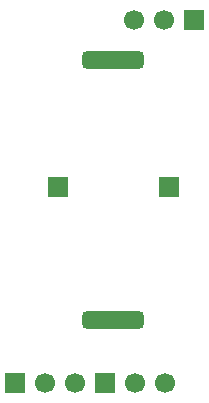
<source format=gbs>
G04*
G04 #@! TF.GenerationSoftware,Altium Limited,Altium Designer,18.1.7 (191)*
G04*
G04 Layer_Color=16711935*
%FSLAX24Y24*%
%MOIN*%
G70*
G01*
G75*
%ADD37C,0.0669*%
%ADD38R,0.0669X0.0669*%
G04:AMPARAMS|DCode=68|XSize=58mil|YSize=208mil|CornerRadius=16.5mil|HoleSize=0mil|Usage=FLASHONLY|Rotation=90.000|XOffset=0mil|YOffset=0mil|HoleType=Round|Shape=RoundedRectangle|*
%AMROUNDEDRECTD68*
21,1,0.0580,0.1750,0,0,90.0*
21,1,0.0250,0.2080,0,0,90.0*
1,1,0.0330,0.0875,0.0125*
1,1,0.0330,0.0875,-0.0125*
1,1,0.0330,-0.0875,-0.0125*
1,1,0.0330,-0.0875,0.0125*
%
%ADD68ROUNDEDRECTD68*%
%ADD69R,0.0698X0.0678*%
D37*
X71012Y27470D02*
D03*
X72012D02*
D03*
X72049Y15344D02*
D03*
X71049D02*
D03*
X69047D02*
D03*
X68047D02*
D03*
D38*
X73012Y27470D02*
D03*
X70049Y15344D02*
D03*
X67047D02*
D03*
D68*
X70315Y26132D02*
D03*
Y17470D02*
D03*
D69*
X72165Y21880D02*
D03*
X68484D02*
D03*
M02*

</source>
